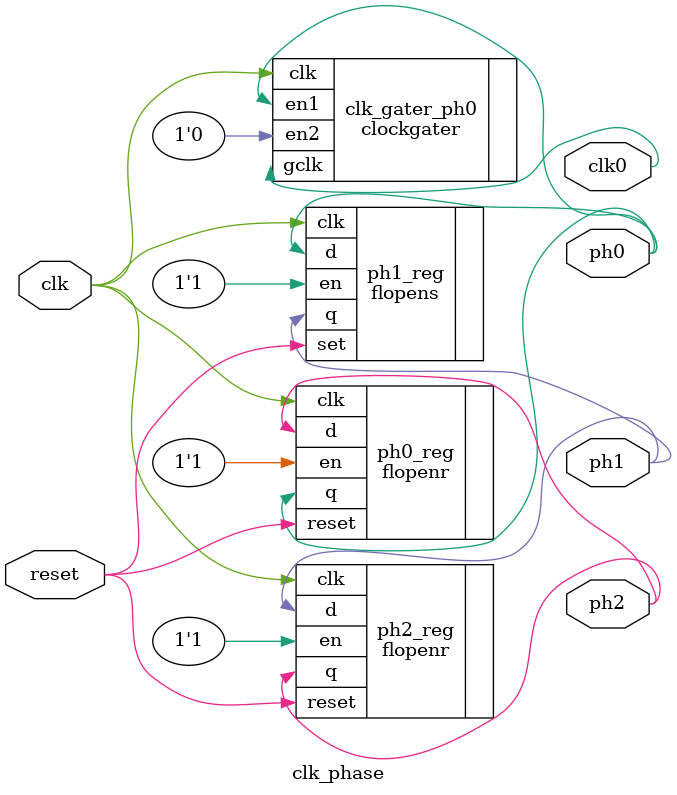
<source format=sv>

module clk_phase(input clk,
		 input 	reset,
		 output ph0,
		 output ph1,
		 output ph2,
		 output clk0);

   logic 		ph0_q;

   flopenr #(1) ph0_reg(.clk(clk),
			.reset(reset),
			.en(1'b1),
			.d(ph2),
			.q(ph0));
   
   flopens #(1) ph1_reg(.clk(clk),
			.set(reset),
			.en(1'b1),
			.d(ph0),
			.q(ph1));

   flopenr #(1) ph2_reg(.clk(clk),
			.reset(reset),
			.en(1'b1),
			.d(ph1),
			.q(ph2));

   // clock gater 
   clockgater clk_gater_ph0(.clk(clk),
			    .en1(ph0),
			    .en2(1'b0),
			    .gclk(clk0));

endmodule // clk_phase



</source>
